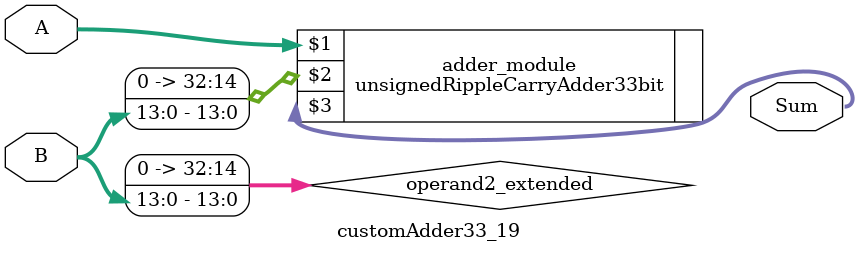
<source format=v>
module customAdder33_19(
                        input [32 : 0] A,
                        input [13 : 0] B,
                        
                        output [33 : 0] Sum
                );

        wire [32 : 0] operand2_extended;
        
        assign operand2_extended =  {19'b0, B};
        
        unsignedRippleCarryAdder33bit adder_module(
            A,
            operand2_extended,
            Sum
        );
        
        endmodule
        
</source>
